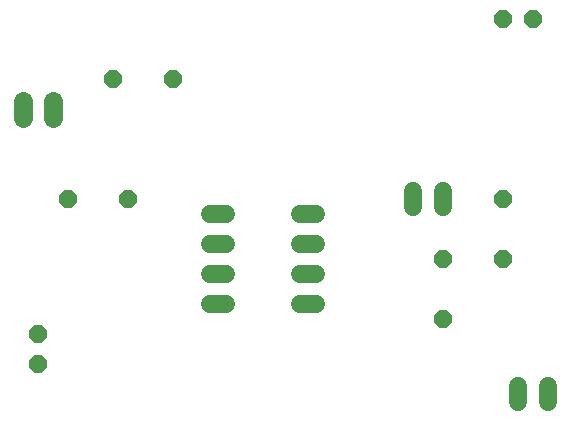
<source format=gbr>
G04 EAGLE Gerber RS-274X export*
G75*
%MOMM*%
%FSLAX34Y34*%
%LPD*%
%INSoldermask Bottom*%
%IPPOS*%
%AMOC8*
5,1,8,0,0,1.08239X$1,22.5*%
G01*
%ADD10P,1.649562X8X292.500000*%
%ADD11P,1.649562X8X22.500000*%
%ADD12C,1.524000*%
%ADD13P,1.649562X8X202.500000*%
%ADD14P,1.649562X8X112.500000*%
%ADD15C,1.625600*%


D10*
X139700Y279400D03*
X139700Y254000D03*
D11*
X533400Y546100D03*
X558800Y546100D03*
D12*
X482600Y400304D02*
X482600Y387096D01*
X457200Y387096D02*
X457200Y400304D01*
X546100Y235204D02*
X546100Y221996D01*
X571500Y221996D02*
X571500Y235204D01*
X374904Y304800D02*
X361696Y304800D01*
X361696Y330200D02*
X374904Y330200D01*
X298704Y330200D02*
X285496Y330200D01*
X285496Y304800D02*
X298704Y304800D01*
X361696Y355600D02*
X374904Y355600D01*
X374904Y381000D02*
X361696Y381000D01*
X298704Y355600D02*
X285496Y355600D01*
X285496Y381000D02*
X298704Y381000D01*
D13*
X215900Y393700D03*
X165100Y393700D03*
X254000Y495300D03*
X203200Y495300D03*
D14*
X533400Y342900D03*
X533400Y393700D03*
X482600Y292100D03*
X482600Y342900D03*
D15*
X127000Y462788D02*
X127000Y477012D01*
X152400Y477012D02*
X152400Y462788D01*
M02*

</source>
